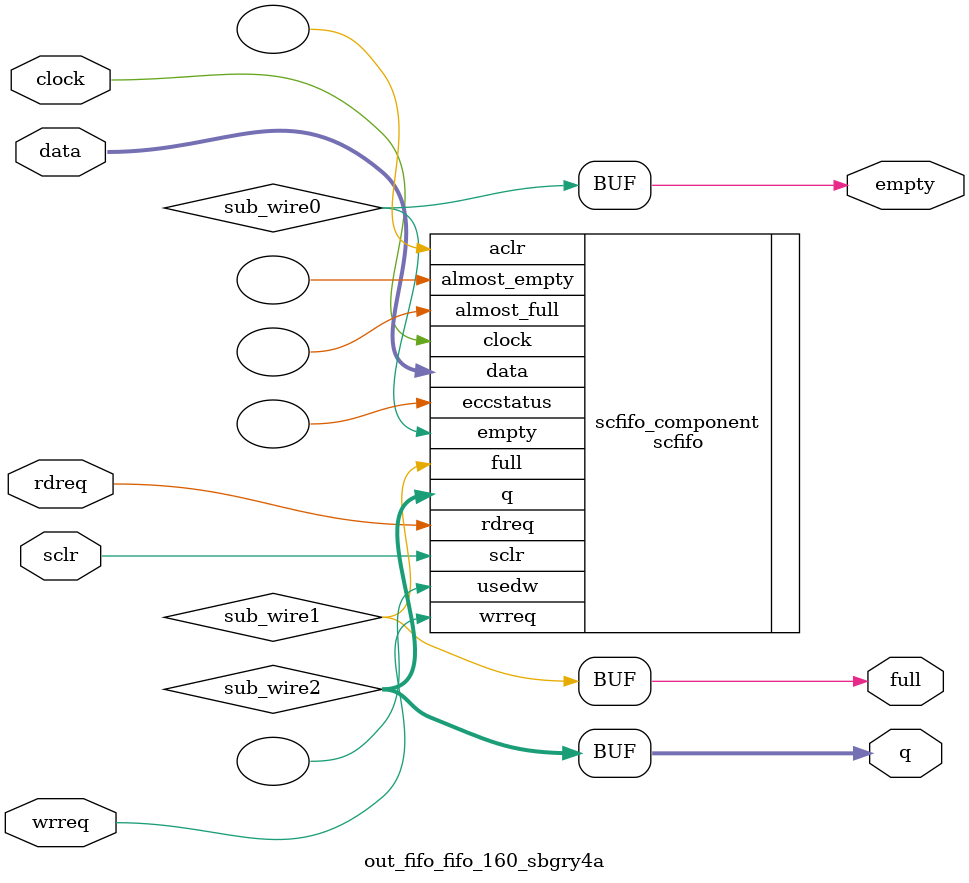
<source format=v>



`timescale 1 ps / 1 ps
// synopsys translate_on
module  out_fifo_fifo_160_sbgry4a  (
    clock,
    data,
    rdreq,
    sclr,
    wrreq,
    empty,
    full,
    q);

    input    clock;
    input  [7:0]  data;
    input    rdreq;
    input    sclr;
    input    wrreq;
    output   empty;
    output   full;
    output [7:0]  q;

    wire  sub_wire0;
    wire  sub_wire1;
    wire [7:0] sub_wire2;
    wire  empty = sub_wire0;
    wire  full = sub_wire1;
    wire [7:0] q = sub_wire2[7:0];

    scfifo  scfifo_component (
                .clock (clock),
                .data (data),
                .rdreq (rdreq),
                .sclr (sclr),
                .wrreq (wrreq),
                .empty (sub_wire0),
                .full (sub_wire1),
                .q (sub_wire2),
                .aclr (),
                .almost_empty (),
                .almost_full (),
                .eccstatus (),
                .usedw ());
    defparam
        scfifo_component.add_ram_output_register  = "ON",
        scfifo_component.enable_ecc  = "FALSE",
        scfifo_component.intended_device_family  = "Arria 10",
        scfifo_component.lpm_hint  = "RAM_BLOCK_TYPE=M20K",
        scfifo_component.lpm_numwords  = 4096,
        scfifo_component.lpm_showahead  = "OFF",
        scfifo_component.lpm_type  = "scfifo",
        scfifo_component.lpm_width  = 8,
        scfifo_component.lpm_widthu  = 12,
        scfifo_component.overflow_checking  = "ON",
        scfifo_component.underflow_checking  = "ON",
        scfifo_component.use_eab  = "ON";


endmodule



</source>
